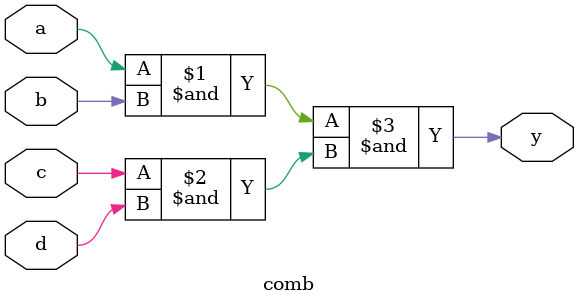
<source format=sv>

module comb(input logic a, b, c, d, output logic y);
 
  assign y = (a & b) & (c & d);
  
endmodule
</source>
